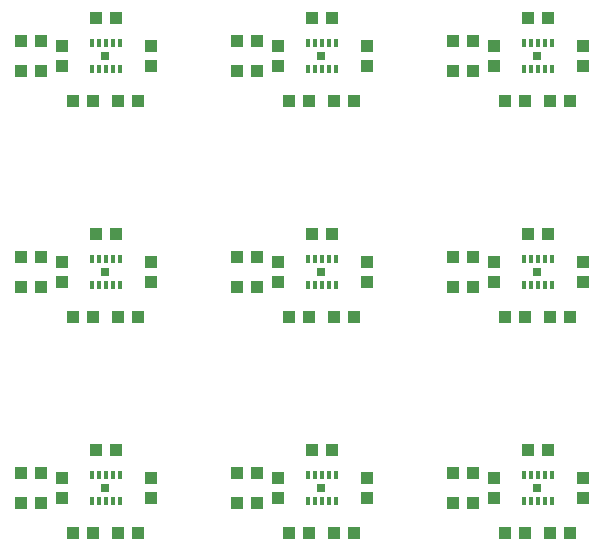
<source format=gtp>
G75*
%MOIN*%
%OFA0B0*%
%FSLAX25Y25*%
%IPPOS*%
%LPD*%
%AMOC8*
5,1,8,0,0,1.08239X$1,22.5*
%
%ADD10R,0.04331X0.03937*%
%ADD11R,0.03937X0.04331*%
%ADD12R,0.02756X0.02826*%
%ADD13R,0.01575X0.02756*%
D10*
X0026404Y0030060D03*
X0033096Y0030060D03*
X0041404Y0030060D03*
X0048096Y0030060D03*
X0040596Y0057560D03*
X0033904Y0057560D03*
X0015596Y0050060D03*
X0008904Y0050060D03*
X0008904Y0040060D03*
X0015596Y0040060D03*
X0026404Y0102060D03*
X0033096Y0102060D03*
X0041404Y0102060D03*
X0048096Y0102060D03*
X0040596Y0129560D03*
X0033904Y0129560D03*
X0015596Y0122060D03*
X0008904Y0122060D03*
X0008904Y0112060D03*
X0015596Y0112060D03*
X0026404Y0174060D03*
X0033096Y0174060D03*
X0041404Y0174060D03*
X0048096Y0174060D03*
X0040596Y0201560D03*
X0033904Y0201560D03*
X0015596Y0194060D03*
X0008904Y0194060D03*
X0008904Y0184060D03*
X0015596Y0184060D03*
X0080904Y0184060D03*
X0087596Y0184060D03*
X0087596Y0194060D03*
X0080904Y0194060D03*
X0098404Y0174060D03*
X0105096Y0174060D03*
X0113404Y0174060D03*
X0120096Y0174060D03*
X0112596Y0201560D03*
X0105904Y0201560D03*
X0152904Y0194060D03*
X0159596Y0194060D03*
X0159596Y0184060D03*
X0152904Y0184060D03*
X0170404Y0174060D03*
X0177096Y0174060D03*
X0185404Y0174060D03*
X0192096Y0174060D03*
X0184596Y0201560D03*
X0177904Y0201560D03*
X0177904Y0129560D03*
X0184596Y0129560D03*
X0159596Y0122060D03*
X0152904Y0122060D03*
X0152904Y0112060D03*
X0159596Y0112060D03*
X0170404Y0102060D03*
X0177096Y0102060D03*
X0185404Y0102060D03*
X0192096Y0102060D03*
X0184596Y0057560D03*
X0177904Y0057560D03*
X0159596Y0050060D03*
X0152904Y0050060D03*
X0152904Y0040060D03*
X0159596Y0040060D03*
X0170404Y0030060D03*
X0177096Y0030060D03*
X0185404Y0030060D03*
X0192096Y0030060D03*
X0120096Y0030060D03*
X0113404Y0030060D03*
X0105096Y0030060D03*
X0098404Y0030060D03*
X0087596Y0040060D03*
X0080904Y0040060D03*
X0080904Y0050060D03*
X0087596Y0050060D03*
X0105904Y0057560D03*
X0112596Y0057560D03*
X0113404Y0102060D03*
X0120096Y0102060D03*
X0105096Y0102060D03*
X0098404Y0102060D03*
X0087596Y0112060D03*
X0080904Y0112060D03*
X0080904Y0122060D03*
X0087596Y0122060D03*
X0105904Y0129560D03*
X0112596Y0129560D03*
D11*
X0124250Y0120406D03*
X0124250Y0113714D03*
X0094750Y0113714D03*
X0094750Y0120406D03*
X0052250Y0120406D03*
X0052250Y0113714D03*
X0022750Y0113714D03*
X0022750Y0120406D03*
X0022750Y0185714D03*
X0022750Y0192406D03*
X0052250Y0192406D03*
X0052250Y0185714D03*
X0094750Y0185714D03*
X0094750Y0192406D03*
X0124250Y0192406D03*
X0124250Y0185714D03*
X0166750Y0185714D03*
X0166750Y0192406D03*
X0196250Y0192406D03*
X0196250Y0185714D03*
X0196250Y0120406D03*
X0196250Y0113714D03*
X0166750Y0113714D03*
X0166750Y0120406D03*
X0166750Y0048406D03*
X0166750Y0041714D03*
X0196250Y0041714D03*
X0196250Y0048406D03*
X0124250Y0048406D03*
X0124250Y0041714D03*
X0094750Y0041714D03*
X0094750Y0048406D03*
X0052250Y0048406D03*
X0052250Y0041714D03*
X0022750Y0041714D03*
X0022750Y0048406D03*
D12*
X0037053Y0045060D03*
X0037053Y0117060D03*
X0037053Y0189060D03*
X0109053Y0189060D03*
X0109053Y0117060D03*
X0109053Y0045060D03*
X0181053Y0045060D03*
X0181053Y0117060D03*
X0181053Y0189060D03*
D13*
X0181250Y0193391D03*
X0178888Y0193391D03*
X0176526Y0193391D03*
X0183612Y0193391D03*
X0185974Y0193391D03*
X0185974Y0184729D03*
X0183612Y0184729D03*
X0181250Y0184729D03*
X0178888Y0184729D03*
X0176526Y0184729D03*
X0113974Y0184729D03*
X0111612Y0184729D03*
X0109250Y0184729D03*
X0106888Y0184729D03*
X0104526Y0184729D03*
X0104526Y0193391D03*
X0106888Y0193391D03*
X0109250Y0193391D03*
X0111612Y0193391D03*
X0113974Y0193391D03*
X0041974Y0193391D03*
X0039612Y0193391D03*
X0037250Y0193391D03*
X0034888Y0193391D03*
X0032526Y0193391D03*
X0032526Y0184729D03*
X0034888Y0184729D03*
X0037250Y0184729D03*
X0039612Y0184729D03*
X0041974Y0184729D03*
X0041974Y0121391D03*
X0039612Y0121391D03*
X0037250Y0121391D03*
X0034888Y0121391D03*
X0032526Y0121391D03*
X0032526Y0112729D03*
X0034888Y0112729D03*
X0037250Y0112729D03*
X0039612Y0112729D03*
X0041974Y0112729D03*
X0104526Y0112729D03*
X0106888Y0112729D03*
X0109250Y0112729D03*
X0111612Y0112729D03*
X0113974Y0112729D03*
X0113974Y0121391D03*
X0111612Y0121391D03*
X0109250Y0121391D03*
X0106888Y0121391D03*
X0104526Y0121391D03*
X0104526Y0049391D03*
X0106888Y0049391D03*
X0109250Y0049391D03*
X0111612Y0049391D03*
X0113974Y0049391D03*
X0113974Y0040729D03*
X0111612Y0040729D03*
X0109250Y0040729D03*
X0106888Y0040729D03*
X0104526Y0040729D03*
X0041974Y0040729D03*
X0039612Y0040729D03*
X0037250Y0040729D03*
X0034888Y0040729D03*
X0032526Y0040729D03*
X0032526Y0049391D03*
X0034888Y0049391D03*
X0037250Y0049391D03*
X0039612Y0049391D03*
X0041974Y0049391D03*
X0176526Y0049391D03*
X0178888Y0049391D03*
X0181250Y0049391D03*
X0183612Y0049391D03*
X0185974Y0049391D03*
X0185974Y0040729D03*
X0183612Y0040729D03*
X0181250Y0040729D03*
X0178888Y0040729D03*
X0176526Y0040729D03*
X0176526Y0112729D03*
X0178888Y0112729D03*
X0181250Y0112729D03*
X0183612Y0112729D03*
X0185974Y0112729D03*
X0185974Y0121391D03*
X0183612Y0121391D03*
X0181250Y0121391D03*
X0178888Y0121391D03*
X0176526Y0121391D03*
M02*

</source>
